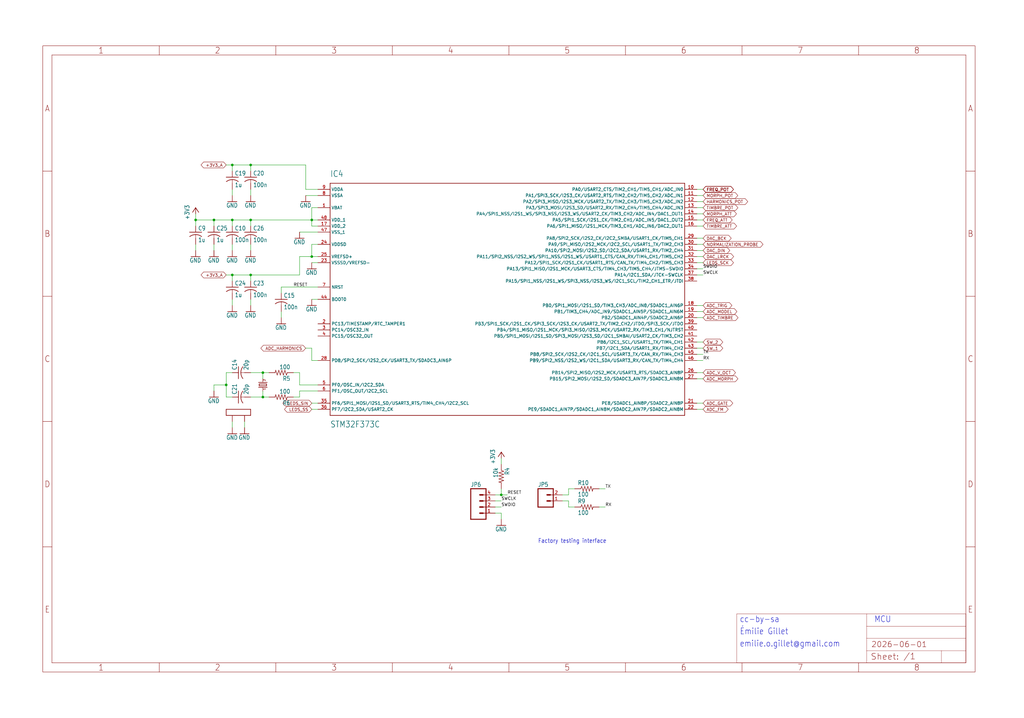
<source format=kicad_sch>
(kicad_sch (version 20230121) (generator eeschema)
  (paper "User" 425.45 298.45)
  (lib_symbols
    (symbol "plaits_v50-eagle-import:+3V3" (power)
      (property "Value" "+3V3" (at -2.54 -5.08 90))
      (symbol "+3V3_1_0"
        (polyline (pts (xy 0 0) (xy -1.27 -1.905)) (stroke (width 0.254)))
        (polyline (pts (xy 1.27 -1.905) (xy 0 0)) (stroke (width 0.254)))
        (pin power_in line (at 0 -2.54 90) (length 2.54) (name "+3V3") (number "1"))
      )
    )
    (symbol "plaits_v50-eagle-import:A3L-LOC"
      (symbol "A3L-LOC_1_0"
        (polyline (pts (xy 0 52.07) (xy 3.81 52.07)))
        (polyline (pts (xy 0 104.14) (xy 3.81 104.14)))
        (polyline (pts (xy 0 156.21) (xy 3.81 156.21)))
        (polyline (pts (xy 0 208.28) (xy 3.81 208.28)))
        (polyline (pts (xy 3.81 3.81) (xy 3.81 256.54)))
        (polyline (pts (xy 48.4188 0) (xy 48.4188 3.81)))
        (polyline (pts (xy 48.4188 256.54) (xy 48.4188 260.35)))
        (polyline (pts (xy 96.8375 0) (xy 96.8375 3.81)))
        (polyline (pts (xy 96.8375 256.54) (xy 96.8375 260.35)))
        (polyline (pts (xy 145.2563 0) (xy 145.2563 3.81)))
        (polyline (pts (xy 145.2563 256.54) (xy 145.2563 260.35)))
        (polyline (pts (xy 193.675 0) (xy 193.675 3.81)))
        (polyline (pts (xy 193.675 256.54) (xy 193.675 260.35)))
        (polyline (pts (xy 242.0938 0) (xy 242.0938 3.81)))
        (polyline (pts (xy 242.0938 256.54) (xy 242.0938 260.35)))
        (polyline (pts (xy 288.29 3.81) (xy 288.29 24.13)) (stroke (width 0.1016)))
        (polyline (pts (xy 288.29 3.81) (xy 342.265 3.81)) (stroke (width 0.1016)))
        (polyline (pts (xy 288.29 24.13) (xy 342.265 24.13)) (stroke (width 0.1016)))
        (polyline (pts (xy 290.5125 0) (xy 290.5125 3.81)))
        (polyline (pts (xy 290.5125 256.54) (xy 290.5125 260.35)))
        (polyline (pts (xy 338.9313 0) (xy 338.9313 3.81)))
        (polyline (pts (xy 338.9313 256.54) (xy 338.9313 260.35)))
        (polyline (pts (xy 342.265 3.81) (xy 373.38 3.81)) (stroke (width 0.1016)))
        (polyline (pts (xy 342.265 8.89) (xy 342.265 3.81)) (stroke (width 0.1016)))
        (polyline (pts (xy 342.265 8.89) (xy 342.265 13.97)) (stroke (width 0.1016)))
        (polyline (pts (xy 342.265 13.97) (xy 342.265 19.05)) (stroke (width 0.1016)))
        (polyline (pts (xy 342.265 13.97) (xy 383.54 13.97)) (stroke (width 0.1016)))
        (polyline (pts (xy 342.265 19.05) (xy 342.265 24.13)) (stroke (width 0.1016)))
        (polyline (pts (xy 342.265 19.05) (xy 383.54 19.05)) (stroke (width 0.1016)))
        (polyline (pts (xy 342.265 24.13) (xy 383.54 24.13)) (stroke (width 0.1016)))
        (polyline (pts (xy 373.38 3.81) (xy 373.38 8.89)) (stroke (width 0.1016)))
        (polyline (pts (xy 373.38 3.81) (xy 383.54 3.81)) (stroke (width 0.1016)))
        (polyline (pts (xy 373.38 8.89) (xy 342.265 8.89)) (stroke (width 0.1016)))
        (polyline (pts (xy 373.38 8.89) (xy 383.54 8.89)) (stroke (width 0.1016)))
        (polyline (pts (xy 383.54 3.81) (xy 3.81 3.81)))
        (polyline (pts (xy 383.54 3.81) (xy 383.54 8.89)) (stroke (width 0.1016)))
        (polyline (pts (xy 383.54 3.81) (xy 383.54 256.54)))
        (polyline (pts (xy 383.54 8.89) (xy 383.54 13.97)) (stroke (width 0.1016)))
        (polyline (pts (xy 383.54 13.97) (xy 383.54 19.05)) (stroke (width 0.1016)))
        (polyline (pts (xy 383.54 19.05) (xy 383.54 24.13)) (stroke (width 0.1016)))
        (polyline (pts (xy 383.54 52.07) (xy 387.35 52.07)))
        (polyline (pts (xy 383.54 104.14) (xy 387.35 104.14)))
        (polyline (pts (xy 383.54 156.21) (xy 387.35 156.21)))
        (polyline (pts (xy 383.54 208.28) (xy 387.35 208.28)))
        (polyline (pts (xy 383.54 256.54) (xy 3.81 256.54)))
        (polyline (pts (xy 0 0) (xy 387.35 0) (xy 387.35 260.35) (xy 0 260.35) (xy 0 0)))
        (text "${#}/${##}" (at 357.505 5.08 0) (effects (font (size 2.54 2.54)) (justify left bottom)))
        (text "${CURRENT_DATE}" (at 344.17 10.16 0) (effects (font (size 2.286 2.286)) (justify left bottom)))
        (text "${PROJECTNAME}" (at 344.17 15.24 0) (effects (font (size 2.54 2.54)) (justify left bottom)))
        (text "1" (at 24.2094 1.905 0) (effects (font (size 2.54 2.286))))
        (text "1" (at 24.2094 258.445 0) (effects (font (size 2.54 2.286))))
        (text "2" (at 72.6281 1.905 0) (effects (font (size 2.54 2.286))))
        (text "2" (at 72.6281 258.445 0) (effects (font (size 2.54 2.286))))
        (text "3" (at 121.0469 1.905 0) (effects (font (size 2.54 2.286))))
        (text "3" (at 121.0469 258.445 0) (effects (font (size 2.54 2.286))))
        (text "4" (at 169.4656 1.905 0) (effects (font (size 2.54 2.286))))
        (text "4" (at 169.4656 258.445 0) (effects (font (size 2.54 2.286))))
        (text "5" (at 217.8844 1.905 0) (effects (font (size 2.54 2.286))))
        (text "5" (at 217.8844 258.445 0) (effects (font (size 2.54 2.286))))
        (text "6" (at 266.3031 1.905 0) (effects (font (size 2.54 2.286))))
        (text "6" (at 266.3031 258.445 0) (effects (font (size 2.54 2.286))))
        (text "7" (at 314.7219 1.905 0) (effects (font (size 2.54 2.286))))
        (text "7" (at 314.7219 258.445 0) (effects (font (size 2.54 2.286))))
        (text "8" (at 363.1406 1.905 0) (effects (font (size 2.54 2.286))))
        (text "8" (at 363.1406 258.445 0) (effects (font (size 2.54 2.286))))
        (text "A" (at 1.905 234.315 0) (effects (font (size 2.54 2.286))))
        (text "A" (at 385.445 234.315 0) (effects (font (size 2.54 2.286))))
        (text "B" (at 1.905 182.245 0) (effects (font (size 2.54 2.286))))
        (text "B" (at 385.445 182.245 0) (effects (font (size 2.54 2.286))))
        (text "C" (at 1.905 130.175 0) (effects (font (size 2.54 2.286))))
        (text "C" (at 385.445 130.175 0) (effects (font (size 2.54 2.286))))
        (text "D" (at 1.905 78.105 0) (effects (font (size 2.54 2.286))))
        (text "D" (at 385.445 78.105 0) (effects (font (size 2.54 2.286))))
        (text "E" (at 1.905 26.035 0) (effects (font (size 2.54 2.286))))
        (text "E" (at 385.445 26.035 0) (effects (font (size 2.54 2.286))))
        (text "Sheet:" (at 343.916 4.953 0) (effects (font (size 2.54 2.54)) (justify left bottom)))
      )
    )
    (symbol "plaits_v50-eagle-import:C-USC0402"
      (property "Reference" "C" (at 1.016 0.635 0))
      (symbol "C-USC0402_1_0"
        (arc (start 0 -1.0161) (mid -1.302 -1.2303) (end -2.4668 -1.8504) (stroke (width 0.254)))
        (polyline (pts (xy -2.54 0) (xy 2.54 0)) (stroke (width 0.254)))
        (polyline (pts (xy 0 -1.016) (xy 0 -2.54)) (stroke (width 0.1524)))
        (arc (start 2.4892 -1.8541) (mid 1.3158 -1.2194) (end 0 -1) (stroke (width 0.254)))
        (pin passive line (at 0 2.54 270) (length 2.54) (name "1") (number "1"))
        (pin passive line (at 0 -5.08 90) (length 2.54) (name "2") (number "2"))
      )
    )
    (symbol "plaits_v50-eagle-import:CRYSTAL"
      (symbol "CRYSTAL_1_0"
        (polyline (pts (xy -2.54 0) (xy -1.016 0)) (stroke (width 0.1524)))
        (polyline (pts (xy -1.016 1.778) (xy -1.016 -1.778)) (stroke (width 0.254)))
        (polyline (pts (xy -0.381 -1.524) (xy 0.381 -1.524)) (stroke (width 0.254)))
        (polyline (pts (xy -0.381 1.524) (xy -0.381 -1.524)) (stroke (width 0.254)))
        (polyline (pts (xy 0.381 -1.524) (xy 0.381 1.524)) (stroke (width 0.254)))
        (polyline (pts (xy 0.381 1.524) (xy -0.381 1.524)) (stroke (width 0.254)))
        (polyline (pts (xy 1.016 0) (xy 2.54 0)) (stroke (width 0.1524)))
        (polyline (pts (xy 1.016 1.778) (xy 1.016 -1.778)) (stroke (width 0.254)))
        (text "1" (at -2.159 -1.143 0) (effects (font (size 0.8636 0.734)) (justify left bottom)))
        (text "2" (at 1.524 -1.143 0) (effects (font (size 0.8636 0.734)) (justify left bottom)))
        (pin passive line (at -2.54 0 0) (length 0) (name "1") (number "1"))
        (pin passive line (at 2.54 0 180) (length 0) (name "2") (number "3"))
      )
      (symbol "CRYSTAL_2_0"
        (polyline (pts (xy -2.54 0) (xy 7.62 0)) (stroke (width 0.254)))
        (polyline (pts (xy -2.54 2.54) (xy -2.54 0)) (stroke (width 0.254)))
        (polyline (pts (xy 7.62 0) (xy 7.62 2.54)) (stroke (width 0.254)))
        (polyline (pts (xy 7.62 2.54) (xy -2.54 2.54)) (stroke (width 0.254)))
        (pin power_in line (at 0 -2.54 90) (length 2.54) (name "LID1") (number "2"))
        (pin power_in line (at 5.08 -2.54 90) (length 2.54) (name "LID2") (number "4"))
      )
    )
    (symbol "plaits_v50-eagle-import:GND" (power)
      (property "Value" "GND" (at -2.54 -2.54 0))
      (symbol "GND_1_0"
        (polyline (pts (xy -1.905 0) (xy 1.905 0)) (stroke (width 0.254)))
        (pin power_in line (at 0 2.54 270) (length 2.54) (name "GND") (number "1"))
      )
    )
    (symbol "plaits_v50-eagle-import:M02PTH"
      (property "Reference" "JP" (at -2.54 5.842 0))
      (symbol "M02PTH_1_0"
        (polyline (pts (xy -2.54 5.08) (xy -2.54 -2.54)) (stroke (width 0.4064)))
        (polyline (pts (xy -2.54 5.08) (xy 3.81 5.08)) (stroke (width 0.4064)))
        (polyline (pts (xy 1.27 0) (xy 2.54 0)) (stroke (width 0.6096)))
        (polyline (pts (xy 1.27 2.54) (xy 2.54 2.54)) (stroke (width 0.6096)))
        (polyline (pts (xy 3.81 -2.54) (xy -2.54 -2.54)) (stroke (width 0.4064)))
        (polyline (pts (xy 3.81 -2.54) (xy 3.81 5.08)) (stroke (width 0.4064)))
        (pin passive line (at 7.62 0 180) (length 5.08) (name "1") (number "1"))
        (pin passive line (at 7.62 2.54 180) (length 5.08) (name "2") (number "2"))
      )
    )
    (symbol "plaits_v50-eagle-import:M04PTH"
      (property "Reference" "JP" (at -5.08 8.382 0))
      (symbol "M04PTH_1_0"
        (polyline (pts (xy -5.08 7.62) (xy -5.08 -5.08)) (stroke (width 0.4064)))
        (polyline (pts (xy -5.08 7.62) (xy 1.27 7.62)) (stroke (width 0.4064)))
        (polyline (pts (xy -1.27 -2.54) (xy 0 -2.54)) (stroke (width 0.6096)))
        (polyline (pts (xy -1.27 0) (xy 0 0)) (stroke (width 0.6096)))
        (polyline (pts (xy -1.27 2.54) (xy 0 2.54)) (stroke (width 0.6096)))
        (polyline (pts (xy -1.27 5.08) (xy 0 5.08)) (stroke (width 0.6096)))
        (polyline (pts (xy 1.27 -5.08) (xy -5.08 -5.08)) (stroke (width 0.4064)))
        (polyline (pts (xy 1.27 -5.08) (xy 1.27 7.62)) (stroke (width 0.4064)))
        (pin passive line (at 5.08 -2.54 180) (length 5.08) (name "1") (number "1"))
        (pin passive line (at 5.08 0 180) (length 5.08) (name "2") (number "2"))
        (pin passive line (at 5.08 2.54 180) (length 5.08) (name "3") (number "3"))
        (pin passive line (at 5.08 5.08 180) (length 5.08) (name "4") (number "4"))
      )
    )
    (symbol "plaits_v50-eagle-import:R-US_R0402"
      (property "Reference" "R" (at -3.81 1.4986 0))
      (symbol "R-US_R0402_1_0"
        (polyline (pts (xy -2.54 0) (xy -2.159 1.016)) (stroke (width 0.2032)))
        (polyline (pts (xy -2.159 1.016) (xy -1.524 -1.016)) (stroke (width 0.2032)))
        (polyline (pts (xy -1.524 -1.016) (xy -0.889 1.016)) (stroke (width 0.2032)))
        (polyline (pts (xy -0.889 1.016) (xy -0.254 -1.016)) (stroke (width 0.2032)))
        (polyline (pts (xy -0.254 -1.016) (xy 0.381 1.016)) (stroke (width 0.2032)))
        (polyline (pts (xy 0.381 1.016) (xy 1.016 -1.016)) (stroke (width 0.2032)))
        (polyline (pts (xy 1.016 -1.016) (xy 1.651 1.016)) (stroke (width 0.2032)))
        (polyline (pts (xy 1.651 1.016) (xy 2.286 -1.016)) (stroke (width 0.2032)))
        (polyline (pts (xy 2.286 -1.016) (xy 2.54 0)) (stroke (width 0.2032)))
        (pin passive line (at -5.08 0 0) (length 2.54) (name "1") (number "1"))
        (pin passive line (at 5.08 0 180) (length 2.54) (name "2") (number "2"))
      )
    )
    (symbol "plaits_v50-eagle-import:STM32F373C"
      (property "Reference" "IC" (at -73.66 50.8 0))
      (symbol "STM32F373C_1_0"
        (polyline (pts (xy -73.66 -48.26) (xy -73.66 48.26)) (stroke (width 0.254)))
        (polyline (pts (xy -73.66 48.26) (xy 73.66 48.26)) (stroke (width 0.254)))
        (polyline (pts (xy 73.66 -48.26) (xy -73.66 -48.26)) (stroke (width 0.254)))
        (polyline (pts (xy 73.66 48.26) (xy 73.66 -48.26)) (stroke (width 0.254)))
        (pin power_in line (at -78.74 38.1 0) (length 5.08) (name "VBAT") (number "1"))
        (pin bidirectional line (at 78.74 45.72 180) (length 5.08) (name "PA0/USART2_CTS/TIM2_CH1/TIM5_CH1/ADC_IN0") (number "10"))
        (pin bidirectional line (at 78.74 43.18 180) (length 5.08) (name "PA1/SPI3_SCK/I2S3_CK/USART2_RTS/TIM2_CH2/TIM5_CH2/ADC_IN1") (number "11"))
        (pin bidirectional line (at 78.74 40.64 180) (length 5.08) (name "PA2/SPI3_MISO/I2S3_MCK/USART2_TX/TIM2_CH3/TIM5_CH3/ADC_IN2") (number "12"))
        (pin bidirectional line (at 78.74 38.1 180) (length 5.08) (name "PA3/SPI3_MOSI/I2S3_SD/USART2_RX/TIM2_CH4/TIM5_CH4/ADC_IN3") (number "13"))
        (pin bidirectional line (at 78.74 35.56 180) (length 5.08) (name "PA4/SPI1_NSS/I2S1_WS/SPI3_NSS/I2S3_WS/USART2_CK/TIM3_CH2/ADC_IN4/DAC1_OUT1") (number "14"))
        (pin bidirectional line (at 78.74 33.02 180) (length 5.08) (name "PA5/SPI1_SCK/I2S1_CK/TIM2_CH1/ADC_IN5/DAC1_OUT2") (number "15"))
        (pin bidirectional line (at 78.74 30.48 180) (length 5.08) (name "PA6/SPI1_MISO/I2S1_MCK/TIM3_CH1/ADC_IN6/DAC2_OUT1") (number "16"))
        (pin power_in line (at -78.74 30.48 0) (length 5.08) (name "VDD_2") (number "17"))
        (pin bidirectional line (at 78.74 -2.54 180) (length 5.08) (name "PB0/SPI1_MOSI/I2S1_SD/TIM3_CH3/ADC_IN8/SDADC1_AIN6P") (number "18"))
        (pin bidirectional line (at 78.74 -5.08 180) (length 5.08) (name "PB1/TIM3_CH4/ADC_IN9/SDADC1_AIN5P/SDADC1_AIN6M") (number "19"))
        (pin bidirectional line (at -78.74 -10.16 0) (length 5.08) (name "PC13/TIMESTAMP/RTC_TAMPER1") (number "2"))
        (pin bidirectional line (at 78.74 -7.62 180) (length 5.08) (name "PB2/SDADC1_AIN4P/SDADC2_AIN6P") (number "20"))
        (pin bidirectional line (at 78.74 -43.18 180) (length 5.08) (name "PE8/SDADC1_AIN8P/SDADC2_AIN8P") (number "21"))
        (pin bidirectional line (at 78.74 -45.72 180) (length 5.08) (name "PE9/SDADC1_AIN7P/SDADC1_AIN8M/SDADC2_AIN7P/SDADC2_AIN8M") (number "22"))
        (pin power_in line (at -78.74 15.24 0) (length 5.08) (name "VSSSD/VREFSD-") (number "23"))
        (pin power_in line (at -78.74 22.86 0) (length 5.08) (name "VDDSD") (number "24"))
        (pin power_in line (at -78.74 17.78 0) (length 5.08) (name "VREFSD+") (number "25"))
        (pin bidirectional line (at 78.74 -30.48 180) (length 5.08) (name "PB14/SPI2_MISO/I2S2_MCK/USART3_RTS/SDADC3_AIN8P") (number "26"))
        (pin bidirectional line (at 78.74 -33.02 180) (length 5.08) (name "PB15/SPI2_MOSI/I2S2_SD/SDADC3_AIN7P/SDADC3_AIN8M") (number "27"))
        (pin bidirectional line (at -78.74 -25.4 0) (length 5.08) (name "PD8/SPI2_SCK/I2S2_CK/USART3_TX/SDADC3_AIN6P") (number "28"))
        (pin bidirectional line (at 78.74 25.4 180) (length 5.08) (name "PA8/SPI2_SCK/I2S2_CK/I2C2_SMBA/USART1_CK/TIM5_CH1") (number "29"))
        (pin bidirectional line (at -78.74 -12.7 0) (length 5.08) (name "PC14/OSC32_IN") (number "3"))
        (pin bidirectional line (at 78.74 22.86 180) (length 5.08) (name "PA9/SPI_MISO/I2S2_MCK/I2C2_SCL/USART1_TX/TIM2_CH3") (number "30"))
        (pin bidirectional line (at 78.74 20.32 180) (length 5.08) (name "PA10/SPI2_MOSI/I2S2_SD/I2C2_SDA/USART1_RX/TIM2_CH4") (number "31"))
        (pin bidirectional line (at 78.74 17.78 180) (length 5.08) (name "PA11/SPI2_NSS/I2S2_WS/SPI1_NSS/I2S1_WS/USART1_CTS/CAN_RX/TIM4_CH1/TIM5_CH2") (number "32"))
        (pin bidirectional line (at 78.74 15.24 180) (length 5.08) (name "PA12/SPI1_SCK/I2S1_CK/USART1_RTS/CAN_TX/TIM4_CH2/TIM5_CH3") (number "33"))
        (pin bidirectional line (at 78.74 12.7 180) (length 5.08) (name "PA13/SPI1_MISO/I2S1_MCK/USART3_CTS/TIM4_CH3/TIM5_CH4/JTMS-SWDIO") (number "34"))
        (pin bidirectional line (at -78.74 -43.18 0) (length 5.08) (name "PF6/SPI1_MOSI/I2S1_SD/USART3_RTS/TIM4_CH4/I2C2_SCL") (number "35"))
        (pin bidirectional line (at -78.74 -45.72 0) (length 5.08) (name "PF7/I2C2_SDA/USART2_CK") (number "36"))
        (pin bidirectional line (at 78.74 10.16 180) (length 5.08) (name "PA14/I2C1_SDA/JTCK-SWCLK") (number "37"))
        (pin bidirectional line (at 78.74 7.62 180) (length 5.08) (name "PA15/SPI1_NSS/I2S1_WS/SPI3_NSS/I2S3_WS/I2C1_SCL/TIM2_CH1_ETR/JTDI") (number "38"))
        (pin bidirectional line (at 78.74 -10.16 180) (length 5.08) (name "PB3/SPI1_SCK/I2S1_CK/SPI3_SCK/I2S3_CK/USART2_TX/TIM2_CH2/JTDO/SPI3_SCK/JTDO") (number "39"))
        (pin bidirectional line (at -78.74 -15.24 0) (length 5.08) (name "PC15/OSC32_OUT") (number "4"))
        (pin bidirectional line (at 78.74 -12.7 180) (length 5.08) (name "PB4/SPI1_MISO/I2S1_MCK/SPI3_MISO/I2S3_MCK/USART2_RX/TIM3_CH1/NJTRST") (number "40"))
        (pin bidirectional line (at 78.74 -15.24 180) (length 5.08) (name "PB5/SPI1_MOSI/I2S1_SD/SPI3_MOSI/I2S3_SD/I2C1_SMBAI/USART2_CK/TIM3_CH2") (number "41"))
        (pin bidirectional line (at 78.74 -17.78 180) (length 5.08) (name "PB6/I2C1_SCL/USART1_TX/TIM4_CH1") (number "42"))
        (pin bidirectional line (at 78.74 -20.32 180) (length 5.08) (name "PB7/I2C1_SDA/USART1_RX/TIM4_CH2") (number "43"))
        (pin bidirectional line (at -78.74 0 0) (length 5.08) (name "BOOT0") (number "44"))
        (pin bidirectional line (at 78.74 -22.86 180) (length 5.08) (name "PB8/SPI2_SCK/I2S2_CK/I2C1_SCL/USART3_TX/CAN_RX/TIM4_CH3") (number "45"))
        (pin bidirectional line (at 78.74 -25.4 180) (length 5.08) (name "PB9/SPI2_NSS/I2S2_WS/I2C1_SDA/USART3_RX/CAN_TX/TIM4_CH4") (number "46"))
        (pin power_in line (at -78.74 27.94 0) (length 5.08) (name "VSS_1") (number "47"))
        (pin power_in line (at -78.74 33.02 0) (length 5.08) (name "VDD_1") (number "48"))
        (pin bidirectional line (at -78.74 -35.56 0) (length 5.08) (name "PF0/OSC_IN/I2C2_SDA") (number "5"))
        (pin bidirectional line (at -78.74 -38.1 0) (length 5.08) (name "PF1/OSC_OUT/I2C2_SCL") (number "6"))
        (pin bidirectional line (at -78.74 5.08 0) (length 5.08) (name "NRST") (number "7"))
        (pin power_in line (at -78.74 43.18 0) (length 5.08) (name "VSSA") (number "8"))
        (pin power_in line (at -78.74 45.72 0) (length 5.08) (name "VDDA") (number "9"))
      )
    )
  )
  (junction (at 129.54 106.68))
  (junction (at 96.52 68.58))
  (junction (at 93.98 160.02))
  (junction (at 109.22 165.1))
  (junction (at 96.52 114.3))
  (junction (at 109.22 154.94))
  (junction (at 208.28 205.74))
  (junction (at 104.14 91.44))
  (junction (at 81.28 91.44))
  (junction (at 104.14 114.3))
  (junction (at 88.9 91.44))
  (junction (at 104.14 68.58))
  (junction (at 96.52 91.44))
  (junction (at 129.54 91.44))
  (wire (pts (xy 104.14 165.1) (xy 109.22 165.1)) (stroke (width 0.1524)))
  (wire (pts (xy 236.22 205.74) (xy 236.22 203.2)) (stroke (width 0.1524)))
  (wire (pts (xy 289.56 78.74) (xy 292.1 78.74)) (stroke (width 0.1524)))
  (wire (pts (xy 129.54 149.86) (xy 129.54 144.78)) (stroke (width 0.1524)))
  (wire (pts (xy 208.28 193.04) (xy 208.28 190.5)) (stroke (width 0.1524)))
  (wire (pts (xy 96.52 124.46) (xy 96.52 127)) (stroke (width 0.1524)))
  (wire (pts (xy 96.52 116.84) (xy 96.52 114.3)) (stroke (width 0.1524)))
  (wire (pts (xy 132.08 96.52) (xy 124.46 96.52)) (stroke (width 0.1524)))
  (wire (pts (xy 96.52 101.6) (xy 96.52 104.14)) (stroke (width 0.1524)))
  (wire (pts (xy 81.28 91.44) (xy 81.28 88.9)) (stroke (width 0.1524)))
  (wire (pts (xy 96.52 78.74) (xy 96.52 81.28)) (stroke (width 0.1524)))
  (wire (pts (xy 93.98 154.94) (xy 93.98 160.02)) (stroke (width 0.1524)))
  (wire (pts (xy 101.6 175.26) (xy 101.6 177.8)) (stroke (width 0.1524)))
  (wire (pts (xy 289.56 88.9) (xy 292.1 88.9)) (stroke (width 0.1524)))
  (wire (pts (xy 289.56 111.76) (xy 292.1 111.76)) (stroke (width 0.1524)))
  (wire (pts (xy 81.28 101.6) (xy 81.28 104.14)) (stroke (width 0.1524)))
  (wire (pts (xy 124.46 154.94) (xy 121.92 154.94)) (stroke (width 0.1524)))
  (wire (pts (xy 289.56 101.6) (xy 292.1 101.6)) (stroke (width 0.1524)))
  (wire (pts (xy 104.14 71.12) (xy 104.14 68.58)) (stroke (width 0.1524)))
  (wire (pts (xy 104.14 154.94) (xy 109.22 154.94)) (stroke (width 0.1524)))
  (wire (pts (xy 129.54 144.78) (xy 127 144.78)) (stroke (width 0.1524)))
  (wire (pts (xy 96.52 91.44) (xy 88.9 91.44)) (stroke (width 0.1524)))
  (wire (pts (xy 132.08 106.68) (xy 129.54 106.68)) (stroke (width 0.1524)))
  (wire (pts (xy 205.74 213.36) (xy 208.28 213.36)) (stroke (width 0.1524)))
  (wire (pts (xy 124.46 160.02) (xy 124.46 154.94)) (stroke (width 0.1524)))
  (wire (pts (xy 132.08 93.98) (xy 129.54 93.98)) (stroke (width 0.1524)))
  (wire (pts (xy 289.56 109.22) (xy 292.1 109.22)) (stroke (width 0.1524)))
  (wire (pts (xy 132.08 170.18) (xy 129.54 170.18)) (stroke (width 0.1524)))
  (wire (pts (xy 289.56 129.54) (xy 292.1 129.54)) (stroke (width 0.1524)))
  (wire (pts (xy 289.56 149.86) (xy 292.1 149.86)) (stroke (width 0.1524)))
  (wire (pts (xy 96.52 114.3) (xy 93.98 114.3)) (stroke (width 0.1524)))
  (wire (pts (xy 88.9 160.02) (xy 88.9 162.56)) (stroke (width 0.1524)))
  (wire (pts (xy 129.54 101.6) (xy 129.54 106.68)) (stroke (width 0.1524)))
  (wire (pts (xy 289.56 86.36) (xy 292.1 86.36)) (stroke (width 0.1524)))
  (wire (pts (xy 104.14 68.58) (xy 96.52 68.58)) (stroke (width 0.1524)))
  (wire (pts (xy 129.54 101.6) (xy 132.08 101.6)) (stroke (width 0.1524)))
  (wire (pts (xy 132.08 149.86) (xy 129.54 149.86)) (stroke (width 0.1524)))
  (wire (pts (xy 233.68 205.74) (xy 236.22 205.74)) (stroke (width 0.1524)))
  (wire (pts (xy 93.98 165.1) (xy 96.52 165.1)) (stroke (width 0.1524)))
  (wire (pts (xy 93.98 160.02) (xy 93.98 165.1)) (stroke (width 0.1524)))
  (wire (pts (xy 96.52 154.94) (xy 93.98 154.94)) (stroke (width 0.1524)))
  (wire (pts (xy 289.56 93.98) (xy 292.1 93.98)) (stroke (width 0.1524)))
  (wire (pts (xy 104.14 101.6) (xy 104.14 104.14)) (stroke (width 0.1524)))
  (wire (pts (xy 236.22 210.82) (xy 238.76 210.82)) (stroke (width 0.1524)))
  (wire (pts (xy 289.56 132.08) (xy 292.1 132.08)) (stroke (width 0.1524)))
  (wire (pts (xy 289.56 114.3) (xy 292.1 114.3)) (stroke (width 0.1524)))
  (wire (pts (xy 124.46 106.68) (xy 129.54 106.68)) (stroke (width 0.1524)))
  (wire (pts (xy 289.56 157.48) (xy 292.1 157.48)) (stroke (width 0.1524)))
  (wire (pts (xy 109.22 154.94) (xy 109.22 157.48)) (stroke (width 0.1524)))
  (wire (pts (xy 289.56 142.24) (xy 292.1 142.24)) (stroke (width 0.1524)))
  (wire (pts (xy 88.9 101.6) (xy 88.9 104.14)) (stroke (width 0.1524)))
  (wire (pts (xy 129.54 109.22) (xy 132.08 109.22)) (stroke (width 0.1524)))
  (wire (pts (xy 104.14 91.44) (xy 129.54 91.44)) (stroke (width 0.1524)))
  (wire (pts (xy 248.92 210.82) (xy 251.46 210.82)) (stroke (width 0.1524)))
  (wire (pts (xy 132.08 162.56) (xy 124.46 162.56)) (stroke (width 0.1524)))
  (wire (pts (xy 132.08 81.28) (xy 127 81.28)) (stroke (width 0.1524)))
  (wire (pts (xy 289.56 154.94) (xy 292.1 154.94)) (stroke (width 0.1524)))
  (wire (pts (xy 127 78.74) (xy 132.08 78.74)) (stroke (width 0.1524)))
  (wire (pts (xy 96.52 71.12) (xy 96.52 68.58)) (stroke (width 0.1524)))
  (wire (pts (xy 205.74 205.74) (xy 208.28 205.74)) (stroke (width 0.1524)))
  (wire (pts (xy 111.76 165.1) (xy 109.22 165.1)) (stroke (width 0.1524)))
  (wire (pts (xy 104.14 93.98) (xy 104.14 91.44)) (stroke (width 0.1524)))
  (wire (pts (xy 205.74 210.82) (xy 208.28 210.82)) (stroke (width 0.1524)))
  (wire (pts (xy 289.56 127) (xy 292.1 127)) (stroke (width 0.1524)))
  (wire (pts (xy 124.46 114.3) (xy 124.46 106.68)) (stroke (width 0.1524)))
  (wire (pts (xy 116.84 119.38) (xy 116.84 121.92)) (stroke (width 0.1524)))
  (wire (pts (xy 289.56 167.64) (xy 292.1 167.64)) (stroke (width 0.1524)))
  (wire (pts (xy 127 68.58) (xy 127 78.74)) (stroke (width 0.1524)))
  (wire (pts (xy 104.14 68.58) (xy 127 68.58)) (stroke (width 0.1524)))
  (wire (pts (xy 96.52 68.58) (xy 93.98 68.58)) (stroke (width 0.1524)))
  (wire (pts (xy 248.92 203.2) (xy 251.46 203.2)) (stroke (width 0.1524)))
  (wire (pts (xy 205.74 208.28) (xy 208.28 208.28)) (stroke (width 0.1524)))
  (wire (pts (xy 96.52 175.26) (xy 96.52 177.8)) (stroke (width 0.1524)))
  (wire (pts (xy 124.46 165.1) (xy 121.92 165.1)) (stroke (width 0.1524)))
  (wire (pts (xy 109.22 154.94) (xy 111.76 154.94)) (stroke (width 0.1524)))
  (wire (pts (xy 132.08 86.36) (xy 129.54 86.36)) (stroke (width 0.1524)))
  (wire (pts (xy 124.46 165.1) (xy 124.46 162.56)) (stroke (width 0.1524)))
  (wire (pts (xy 289.56 104.14) (xy 292.1 104.14)) (stroke (width 0.1524)))
  (wire (pts (xy 88.9 91.44) (xy 81.28 91.44)) (stroke (width 0.1524)))
  (wire (pts (xy 236.22 203.2) (xy 238.76 203.2)) (stroke (width 0.1524)))
  (wire (pts (xy 96.52 93.98) (xy 96.52 91.44)) (stroke (width 0.1524)))
  (wire (pts (xy 129.54 91.44) (xy 132.08 91.44)) (stroke (width 0.1524)))
  (wire (pts (xy 104.14 114.3) (xy 124.46 114.3)) (stroke (width 0.1524)))
  (wire (pts (xy 289.56 147.32) (xy 292.1 147.32)) (stroke (width 0.1524)))
  (wire (pts (xy 289.56 83.82) (xy 292.1 83.82)) (stroke (width 0.1524)))
  (wire (pts (xy 233.68 208.28) (xy 236.22 208.28)) (stroke (width 0.1524)))
  (wire (pts (xy 104.14 78.74) (xy 104.14 81.28)) (stroke (width 0.1524)))
  (wire (pts (xy 129.54 93.98) (xy 129.54 91.44)) (stroke (width 0.1524)))
  (wire (pts (xy 289.56 91.44) (xy 292.1 91.44)) (stroke (width 0.1524)))
  (wire (pts (xy 132.08 124.46) (xy 129.54 124.46)) (stroke (width 0.1524)))
  (wire (pts (xy 81.28 93.98) (xy 81.28 91.44)) (stroke (width 0.1524)))
  (wire (pts (xy 289.56 170.18) (xy 292.1 170.18)) (stroke (width 0.1524)))
  (wire (pts (xy 208.28 213.36) (xy 208.28 215.9)) (stroke (width 0.1524)))
  (wire (pts (xy 104.14 124.46) (xy 104.14 127)) (stroke (width 0.1524)))
  (wire (pts (xy 132.08 167.64) (xy 129.54 167.64)) (stroke (width 0.1524)))
  (wire (pts (xy 116.84 129.54) (xy 116.84 132.08)) (stroke (width 0.1524)))
  (wire (pts (xy 104.14 114.3) (xy 96.52 114.3)) (stroke (width 0.1524)))
  (wire (pts (xy 104.14 116.84) (xy 104.14 114.3)) (stroke (width 0.1524)))
  (wire (pts (xy 208.28 205.74) (xy 210.82 205.74)) (stroke (width 0.1524)))
  (wire (pts (xy 289.56 144.78) (xy 292.1 144.78)) (stroke (width 0.1524)))
  (wire (pts (xy 208.28 203.2) (xy 208.28 205.74)) (stroke (width 0.1524)))
  (wire (pts (xy 289.56 106.68) (xy 292.1 106.68)) (stroke (width 0.1524)))
  (wire (pts (xy 124.46 160.02) (xy 132.08 160.02)) (stroke (width 0.1524)))
  (wire (pts (xy 93.98 160.02) (xy 88.9 160.02)) (stroke (width 0.1524)))
  (wire (pts (xy 289.56 81.28) (xy 292.1 81.28)) (stroke (width 0.1524)))
  (wire (pts (xy 116.84 119.38) (xy 132.08 119.38)) (stroke (width 0.1524)))
  (wire (pts (xy 88.9 93.98) (xy 88.9 91.44)) (stroke (width 0.1524)))
  (wire (pts (xy 129.54 86.36) (xy 129.54 91.44)) (stroke (width 0.1524)))
  (wire (pts (xy 109.22 165.1) (xy 109.22 162.56)) (stroke (width 0.1524)))
  (wire (pts (xy 96.52 91.44) (xy 104.14 91.44)) (stroke (width 0.1524)))
  (wire (pts (xy 236.22 208.28) (xy 236.22 210.82)) (stroke (width 0.1524)))
  (wire (pts (xy 289.56 99.06) (xy 292.1 99.06)) (stroke (width 0.1524)))
  (text "MCU" (at 363.22 259.08 0) (effects (font (size 2.54 2.159)) (justify left bottom)))
  (text "cc-by-sa" (at 307.34 259.08 0) (effects (font (size 2.54 2.159)) (justify left bottom)))
  (text "Factory testing interface" (at 223.52 226.06 0) (effects (font (size 1.778 1.5113)) (justify left bottom)))
  (text "Émilie Gillet" (at 307.34 264.16 0) (effects (font (size 2.54 2.159)) (justify left bottom)))
  (text "emilie.o.gillet@gmail.com" (at 307.34 269.24 0) (effects (font (size 2.54 2.159)) (justify left bottom)))
  (label "RX" (at 292.1 149.86 0) (effects (font (size 1.2446 1.2446))))
  (label "TX" (at 292.1 147.32 0) (effects (font (size 1.2446 1.2446))))
  (label "SWDIO" (at 292.1 111.76 0) (effects (font (size 1.2446 1.2446))))
  (label "SWCLK" (at 208.28 208.28 0) (effects (font (size 1.2446 1.2446))))
  (label "RESET" (at 121.92 119.38 0) (effects (font (size 1.2446 1.2446))))
  (label "SWDIO" (at 208.28 210.82 0) (effects (font (size 1.2446 1.2446))))
  (label "TX" (at 251.46 203.2 0) (effects (font (size 1.2446 1.2446))))
  (label "SWCLK" (at 292.1 114.3 0) (effects (font (size 1.2446 1.2446))))
  (label "RESET" (at 210.82 205.74 0) (effects (font (size 1.2446 1.2446))))
  (label "RX" (at 251.46 210.82 0) (effects (font (size 1.2446 1.2446))))
  (global_label "DAC_BCK" (shape bidirectional) (at 292.1 99.06 0) (effects (font (size 1.2446 1.2446))) (property "Intersheetrefs" "${INTERSHEET_REFS}" (effects hide)))
  (global_label "ADC_TIMBRE" (shape bidirectional) (at 292.1 132.08 0) (effects (font (size 1.2446 1.2446))) (property "Intersheetrefs" "${INTERSHEET_REFS}" (effects hide)))
  (global_label "+3V3_A" (shape bidirectional) (at 93.98 68.58 180) (effects (font (size 1.2446 1.2446))) (property "Intersheetrefs" "${INTERSHEET_REFS}" (effects hide)))
  (global_label "TIMBRE_ATT" (shape bidirectional) (at 292.1 93.98 0) (effects (font (size 1.2446 1.2446))) (property "Intersheetrefs" "${INTERSHEET_REFS}" (effects hide)))
  (global_label "LEDS_SCK" (shape bidirectional) (at 292.1 109.22 0) (effects (font (size 1.2446 1.2446))) (property "Intersheetrefs" "${INTERSHEET_REFS}" (effects hide)))
  (global_label "TIMBRE_POT" (shape bidirectional) (at 292.1 86.36 0) (effects (font (size 1.2446 1.2446))) (property "Intersheetrefs" "${INTERSHEET_REFS}" (effects hide)))
  (global_label "ADC_MODEL" (shape bidirectional) (at 292.1 129.54 0) (effects (font (size 1.2446 1.2446))) (property "Intersheetrefs" "${INTERSHEET_REFS}" (effects hide)))
  (global_label "DAC_DIN" (shape bidirectional) (at 292.1 104.14 0) (effects (font (size 1.2446 1.2446))) (property "Intersheetrefs" "${INTERSHEET_REFS}" (effects hide)))
  (global_label "ADC_TRIG" (shape bidirectional) (at 292.1 127 0) (effects (font (size 1.2446 1.2446))) (property "Intersheetrefs" "${INTERSHEET_REFS}" (effects hide)))
  (global_label "SW_2" (shape bidirectional) (at 292.1 142.24 0) (effects (font (size 1.2446 1.2446))) (property "Intersheetrefs" "${INTERSHEET_REFS}" (effects hide)))
  (global_label "ADC_V_OCT" (shape bidirectional) (at 292.1 154.94 0) (effects (font (size 1.2446 1.2446))) (property "Intersheetrefs" "${INTERSHEET_REFS}" (effects hide)))
  (global_label "HARMONICS_POT" (shape bidirectional) (at 292.1 83.82 0) (effects (font (size 1.2446 1.2446))) (property "Intersheetrefs" "${INTERSHEET_REFS}" (effects hide)))
  (global_label "MORPH_ATT" (shape bidirectional) (at 292.1 88.9 0) (effects (font (size 1.2446 1.2446))) (property "Intersheetrefs" "${INTERSHEET_REFS}" (effects hide)))
  (global_label "ADC_FM" (shape bidirectional) (at 292.1 170.18 0) (effects (font (size 1.2446 1.2446))) (property "Intersheetrefs" "${INTERSHEET_REFS}" (effects hide)))
  (global_label "DAC_LRCK" (shape bidirectional) (at 292.1 106.68 0) (effects (font (size 1.2446 1.2446))) (property "Intersheetrefs" "${INTERSHEET_REFS}" (effects hide)))
  (global_label "MORPH_POT" (shape bidirectional) (at 292.1 81.28 0) (effects (font (size 1.2446 1.2446))) (property "Intersheetrefs" "${INTERSHEET_REFS}" (effects hide)))
  (global_label "ADC_MORPH" (shape bidirectional) (at 292.1 157.48 0) (effects (font (size 1.2446 1.2446))) (property "Intersheetrefs" "${INTERSHEET_REFS}" (effects hide)))
  (global_label "FREQ_ATT" (shape bidirectional) (at 292.1 91.44 0) (effects (font (size 1.2446 1.2446))) (property "Intersheetrefs" "${INTERSHEET_REFS}" (effects hide)))
  (global_label "SW_1" (shape bidirectional) (at 292.1 144.78 0) (effects (font (size 1.2446 1.2446))) (property "Intersheetrefs" "${INTERSHEET_REFS}" (effects hide)))
  (global_label "LEDS_SS" (shape bidirectional) (at 129.54 170.18 180) (effects (font (size 1.2446 1.2446))) (property "Intersheetrefs" "${INTERSHEET_REFS}" (effects hide)))
  (global_label "FREQ_POT" (shape bidirectional) (at 292.1 78.74 0) (effects (font (size 1.2446 1.2446))) (property "Intersheetrefs" "${INTERSHEET_REFS}" (effects hide)))
  (global_label "NORMALIZATION_PROBE" (shape bidirectional) (at 292.1 101.6 0) (effects (font (size 1.2446 1.2446))) (property "Intersheetrefs" "${INTERSHEET_REFS}" (effects hide)))
  (global_label "FREQ_POT" (shape bidirectional) (at 292.1 78.74 0) (effects (font (size 1.2446 1.2446))) (property "Intersheetrefs" "${INTERSHEET_REFS}" (effects hide)))
  (global_label "ADC_GATE" (shape bidirectional) (at 292.1 167.64 0) (effects (font (size 1.2446 1.2446))) (property "Intersheetrefs" "${INTERSHEET_REFS}" (effects hide)))
  (global_label "+3V3_A" (shape bidirectional) (at 93.98 114.3 180) (effects (font (size 1.2446 1.2446))) (property "Intersheetrefs" "${INTERSHEET_REFS}" (effects hide)))
  (global_label "ADC_HARMONICS" (shape bidirectional) (at 127 144.78 180) (effects (font (size 1.2446 1.2446))) (property "Intersheetrefs" "${INTERSHEET_REFS}" (effects hide)))
  (global_label "LEDS_SIN" (shape bidirectional) (at 129.54 167.64 180) (effects (font (size 1.2446 1.2446))) (property "Intersheetrefs" "${INTERSHEET_REFS}" (effects hide)))
  (symbol (lib_id "plaits_v50-eagle-import:C-USC0402") (at 104.14 73.66 0) (unit 1)
    (property "Reference" "C20" (at 105.156 73.025 0) (effects (font (size 1.778 1.5113)) (justify left bottom)))
    (property "Value" "100n" (at 105.156 77.851 0) (effects (font (size 1.778 1.5113)) (justify left bottom)))
    (property "Footprint" "plaits_v50:C0402" (effects hide))
  )
  (symbol (lib_id "plaits_v50-eagle-import:GND") (at 127 83.82 0) (unit 1)
    (property "Reference" "#GND22" (effects hide))
    (property "Value" "GND" (at 124.46 86.36 0) (effects (font (size 1.778 1.5113)) (justify left bottom)))
  )
  (symbol (lib_id "plaits_v50-eagle-import:C-USC0402") (at 104.14 96.52 0) (unit 1)
    (property "Reference" "C26" (at 105.156 95.885 0) (effects (font (size 1.778 1.5113)) (justify left bottom)))
    (property "Value" "100n" (at 105.156 100.711 0) (effects (font (size 1.778 1.5113)) (justify left bottom)))
    (property "Footprint" "plaits_v50:C0402" (effects hide))
  )
  (symbol (lib_id "plaits_v50-eagle-import:GND") (at 104.14 106.68 0) (unit 1)
    (property "Reference" "#GND98" (effects hide))
    (property "Value" "GND" (at 101.6 109.22 0) (effects (font (size 1.778 1.5113)) (justify left bottom)))
  )
  (symbol (lib_id "plaits_v50-eagle-import:GND") (at 101.6 180.34 0) (unit 1)
    (property "Reference" "#GND86" (effects hide))
    (property "Value" "GND" (at 99.06 182.88 0) (effects (font (size 1.778 1.5113)) (justify left bottom)))
  )
  (symbol (lib_id "plaits_v50-eagle-import:C-USC0402") (at 96.52 96.52 0) (unit 1)
    (property "Reference" "C10" (at 97.536 95.885 0) (effects (font (size 1.778 1.5113)) (justify left bottom)))
    (property "Value" "100n" (at 97.536 100.711 0) (effects (font (size 1.778 1.5113)) (justify left bottom)))
    (property "Footprint" "plaits_v50:C0402" (effects hide))
  )
  (symbol (lib_id "plaits_v50-eagle-import:C-USC0402") (at 81.28 96.52 0) (unit 1)
    (property "Reference" "C9" (at 82.296 95.885 0) (effects (font (size 1.778 1.5113)) (justify left bottom)))
    (property "Value" "1u" (at 82.296 100.711 0) (effects (font (size 1.778 1.5113)) (justify left bottom)))
    (property "Footprint" "plaits_v50:C0402" (effects hide))
  )
  (symbol (lib_id "plaits_v50-eagle-import:R-US_R0402") (at 208.28 198.12 270) (unit 1)
    (property "Reference" "R4" (at 209.7786 194.31 0) (effects (font (size 1.778 1.5113)) (justify left bottom)))
    (property "Value" "10k" (at 204.978 194.31 0) (effects (font (size 1.778 1.5113)) (justify left bottom)))
    (property "Footprint" "plaits_v50:R0402" (effects hide))
  )
  (symbol (lib_id "plaits_v50-eagle-import:GND") (at 88.9 106.68 0) (unit 1)
    (property "Reference" "#GND10" (effects hide))
    (property "Value" "GND" (at 86.36 109.22 0) (effects (font (size 1.778 1.5113)) (justify left bottom)))
  )
  (symbol (lib_id "plaits_v50-eagle-import:+3V3") (at 208.28 187.96 0) (unit 1)
    (property "Reference" "#+3V4" (effects hide))
    (property "Value" "+3V3" (at 205.74 193.04 90) (effects (font (size 1.778 1.5113)) (justify left bottom)))
  )
  (symbol (lib_id "plaits_v50-eagle-import:R-US_R0402") (at 243.84 203.2 0) (unit 1)
    (property "Reference" "R10" (at 240.03 201.7014 0) (effects (font (size 1.778 1.5113)) (justify left bottom)))
    (property "Value" "100" (at 240.03 206.502 0) (effects (font (size 1.778 1.5113)) (justify left bottom)))
    (property "Footprint" "plaits_v50:R0402" (effects hide))
  )
  (symbol (lib_id "plaits_v50-eagle-import:GND") (at 208.28 218.44 0) (unit 1)
    (property "Reference" "#GND85" (effects hide))
    (property "Value" "GND" (at 205.74 220.98 0) (effects (font (size 1.778 1.5113)) (justify left bottom)))
  )
  (symbol (lib_id "plaits_v50-eagle-import:CRYSTAL") (at 96.52 172.72 0) (unit 2)
    (property "Reference" "Q1" (effects hide))
    (property "Value" "CRYSTAL" (effects hide))
    (property "Footprint" "plaits_v50:CTS406" (effects hide))
  )
  (symbol (lib_id "plaits_v50-eagle-import:C-USC0402") (at 116.84 124.46 0) (unit 1)
    (property "Reference" "C15" (at 117.856 123.825 0) (effects (font (size 1.778 1.5113)) (justify left bottom)))
    (property "Value" "100n" (at 117.856 128.651 0) (effects (font (size 1.778 1.5113)) (justify left bottom)))
    (property "Footprint" "plaits_v50:C0402" (effects hide))
  )
  (symbol (lib_id "plaits_v50-eagle-import:GND") (at 129.54 111.76 0) (unit 1)
    (property "Reference" "#GND5" (effects hide))
    (property "Value" "GND" (at 127 114.3 0) (effects (font (size 1.778 1.5113)) (justify left bottom)))
  )
  (symbol (lib_id "plaits_v50-eagle-import:M02PTH") (at 226.06 208.28 0) (unit 1)
    (property "Reference" "JP5" (at 223.52 202.438 0) (effects (font (size 1.778 1.5113)) (justify left bottom)))
    (property "Value" "M02PTH" (effects hide))
    (property "Footprint" "plaits_v50:1X02" (effects hide))
  )
  (symbol (lib_id "plaits_v50-eagle-import:GND") (at 129.54 127 0) (unit 1)
    (property "Reference" "#GND8" (effects hide))
    (property "Value" "GND" (at 127 129.54 0) (effects (font (size 1.778 1.5113)) (justify left bottom)))
  )
  (symbol (lib_id "plaits_v50-eagle-import:GND") (at 81.28 106.68 0) (unit 1)
    (property "Reference" "#GND50" (effects hide))
    (property "Value" "GND" (at 78.74 109.22 0) (effects (font (size 1.778 1.5113)) (justify left bottom)))
  )
  (symbol (lib_id "plaits_v50-eagle-import:GND") (at 104.14 129.54 0) (unit 1)
    (property "Reference" "#GND99" (effects hide))
    (property "Value" "GND" (at 101.6 132.08 0) (effects (font (size 1.778 1.5113)) (justify left bottom)))
  )
  (symbol (lib_id "plaits_v50-eagle-import:GND") (at 124.46 99.06 0) (unit 1)
    (property "Reference" "#GND4" (effects hide))
    (property "Value" "GND" (at 121.92 101.6 0) (effects (font (size 1.778 1.5113)) (justify left bottom)))
  )
  (symbol (lib_id "plaits_v50-eagle-import:C-USC0402") (at 96.52 119.38 0) (unit 1)
    (property "Reference" "C24" (at 97.536 118.745 0) (effects (font (size 1.778 1.5113)) (justify left bottom)))
    (property "Value" "1u" (at 97.536 123.571 0) (effects (font (size 1.778 1.5113)) (justify left bottom)))
    (property "Footprint" "plaits_v50:C0402" (effects hide))
  )
  (symbol (lib_id "plaits_v50-eagle-import:GND") (at 88.9 165.1 0) (unit 1)
    (property "Reference" "#GND56" (effects hide))
    (property "Value" "GND" (at 86.36 167.64 0) (effects (font (size 1.778 1.5113)) (justify left bottom)))
  )
  (symbol (lib_id "plaits_v50-eagle-import:C-USC0402") (at 96.52 73.66 0) (unit 1)
    (property "Reference" "C19" (at 97.536 73.025 0) (effects (font (size 1.778 1.5113)) (justify left bottom)))
    (property "Value" "1u" (at 97.536 77.851 0) (effects (font (size 1.778 1.5113)) (justify left bottom)))
    (property "Footprint" "plaits_v50:C0402" (effects hide))
  )
  (symbol (lib_id "plaits_v50-eagle-import:GND") (at 96.52 180.34 0) (unit 1)
    (property "Reference" "#GND67" (effects hide))
    (property "Value" "GND" (at 93.98 182.88 0) (effects (font (size 1.778 1.5113)) (justify left bottom)))
  )
  (symbol (lib_id "plaits_v50-eagle-import:R-US_R0402") (at 116.84 154.94 180) (unit 1)
    (property "Reference" "R5" (at 120.65 156.4386 0) (effects (font (size 1.778 1.5113)) (justify left bottom)))
    (property "Value" "100" (at 120.65 151.638 0) (effects (font (size 1.778 1.5113)) (justify left bottom)))
    (property "Footprint" "plaits_v50:R0402" (effects hide))
  )
  (symbol (lib_id "plaits_v50-eagle-import:GND") (at 96.52 83.82 0) (unit 1)
    (property "Reference" "#GND79" (effects hide))
    (property "Value" "GND" (at 93.98 86.36 0) (effects (font (size 1.778 1.5113)) (justify left bottom)))
  )
  (symbol (lib_id "plaits_v50-eagle-import:STM32F373C") (at 210.82 124.46 0) (unit 1)
    (property "Reference" "IC4" (at 137.16 73.66 0) (effects (font (size 2.54 2.159)) (justify left bottom)))
    (property "Value" "STM32F373C" (at 137.16 177.8 0) (effects (font (size 2.54 2.159)) (justify left bottom)))
    (property "Footprint" "plaits_v50:LQFP48" (effects hide))
  )
  (symbol (lib_id "plaits_v50-eagle-import:C-USC0402") (at 99.06 154.94 90) (unit 1)
    (property "Reference" "C14" (at 98.425 153.924 0) (effects (font (size 1.778 1.5113)) (justify left bottom)))
    (property "Value" "20p" (at 103.251 153.924 0) (effects (font (size 1.778 1.5113)) (justify left bottom)))
    (property "Footprint" "plaits_v50:C0402" (effects hide))
  )
  (symbol (lib_id "plaits_v50-eagle-import:C-USC0402") (at 88.9 96.52 0) (unit 1)
    (property "Reference" "C25" (at 89.916 95.885 0) (effects (font (size 1.778 1.5113)) (justify left bottom)))
    (property "Value" "1u" (at 89.916 100.711 0) (effects (font (size 1.778 1.5113)) (justify left bottom)))
    (property "Footprint" "plaits_v50:C0402" (effects hide))
  )
  (symbol (lib_id "plaits_v50-eagle-import:R-US_R0402") (at 243.84 210.82 0) (unit 1)
    (property "Reference" "R9" (at 240.03 209.3214 0) (effects (font (size 1.778 1.5113)) (justify left bottom)))
    (property "Value" "100" (at 240.03 214.122 0) (effects (font (size 1.778 1.5113)) (justify left bottom)))
    (property "Footprint" "plaits_v50:R0402" (effects hide))
  )
  (symbol (lib_id "plaits_v50-eagle-import:CRYSTAL") (at 109.22 160.02 90) (unit 1)
    (property "Reference" "Q1" (effects hide))
    (property "Value" "CRYSTAL" (effects hide))
    (property "Footprint" "plaits_v50:CTS406" (effects hide))
  )
  (symbol (lib_id "plaits_v50-eagle-import:C-USC0402") (at 104.14 119.38 0) (unit 1)
    (property "Reference" "C23" (at 105.156 118.745 0) (effects (font (size 1.778 1.5113)) (justify left bottom)))
    (property "Value" "100n" (at 105.156 123.571 0) (effects (font (size 1.778 1.5113)) (justify left bottom)))
    (property "Footprint" "plaits_v50:C0402" (effects hide))
  )
  (symbol (lib_id "plaits_v50-eagle-import:M04PTH") (at 200.66 210.82 0) (unit 1)
    (property "Reference" "JP6" (at 195.58 202.438 0) (effects (font (size 1.778 1.5113)) (justify left bottom)))
    (property "Value" "M04PTH" (effects hide))
    (property "Footprint" "plaits_v50:1X04" (effects hide))
  )
  (symbol (lib_id "plaits_v50-eagle-import:R-US_R0402") (at 116.84 165.1 180) (unit 1)
    (property "Reference" "R6" (at 120.65 166.5986 0) (effects (font (size 1.778 1.5113)) (justify left bottom)))
    (property "Value" "100" (at 120.65 161.798 0) (effects (font (size 1.778 1.5113)) (justify left bottom)))
    (property "Footprint" "plaits_v50:R0402" (effects hide))
  )
  (symbol (lib_id "plaits_v50-eagle-import:C-USC0402") (at 99.06 165.1 90) (unit 1)
    (property "Reference" "C21" (at 98.425 164.084 0) (effects (font (size 1.778 1.5113)) (justify left bottom)))
    (property "Value" "20p" (at 103.251 164.084 0) (effects (font (size 1.778 1.5113)) (justify left bottom)))
    (property "Footprint" "plaits_v50:C0402" (effects hide))
  )
  (symbol (lib_id "plaits_v50-eagle-import:+3V3") (at 81.28 86.36 0) (unit 1)
    (property "Reference" "#+3V13" (effects hide))
    (property "Value" "+3V3" (at 78.74 91.44 90) (effects (font (size 1.778 1.5113)) (justify left bottom)))
  )
  (symbol (lib_id "plaits_v50-eagle-import:GND") (at 96.52 106.68 0) (unit 1)
    (property "Reference" "#GND92" (effects hide))
    (property "Value" "GND" (at 93.98 109.22 0) (effects (font (size 1.778 1.5113)) (justify left bottom)))
  )
  (symbol (lib_id "plaits_v50-eagle-import:GND") (at 116.84 134.62 0) (unit 1)
    (property "Reference" "#GND42" (effects hide))
    (property "Value" "GND" (at 114.3 137.16 0) (effects (font (size 1.778 1.5113)) (justify left bottom)))
  )
  (symbol (lib_id "plaits_v50-eagle-import:GND") (at 96.52 129.54 0) (unit 1)
    (property "Reference" "#GND100" (effects hide))
    (property "Value" "GND" (at 93.98 132.08 0) (effects (font (size 1.778 1.5113)) (justify left bottom)))
  )
  (symbol (lib_id "plaits_v50-eagle-import:GND") (at 104.14 83.82 0) (unit 1)
    (property "Reference" "#GND96" (effects hide))
    (property "Value" "GND" (at 101.6 86.36 0) (effects (font (size 1.778 1.5113)) (justify left bottom)))
  )
  (symbol (lib_id "plaits_v50-eagle-import:A3L-LOC") (at 17.78 279.4 0) (unit 1)
    (property "Reference" "#FRAME2" (effects hide))
    (property "Value" "A3L-LOC" (effects hide))
  )
)
</source>
